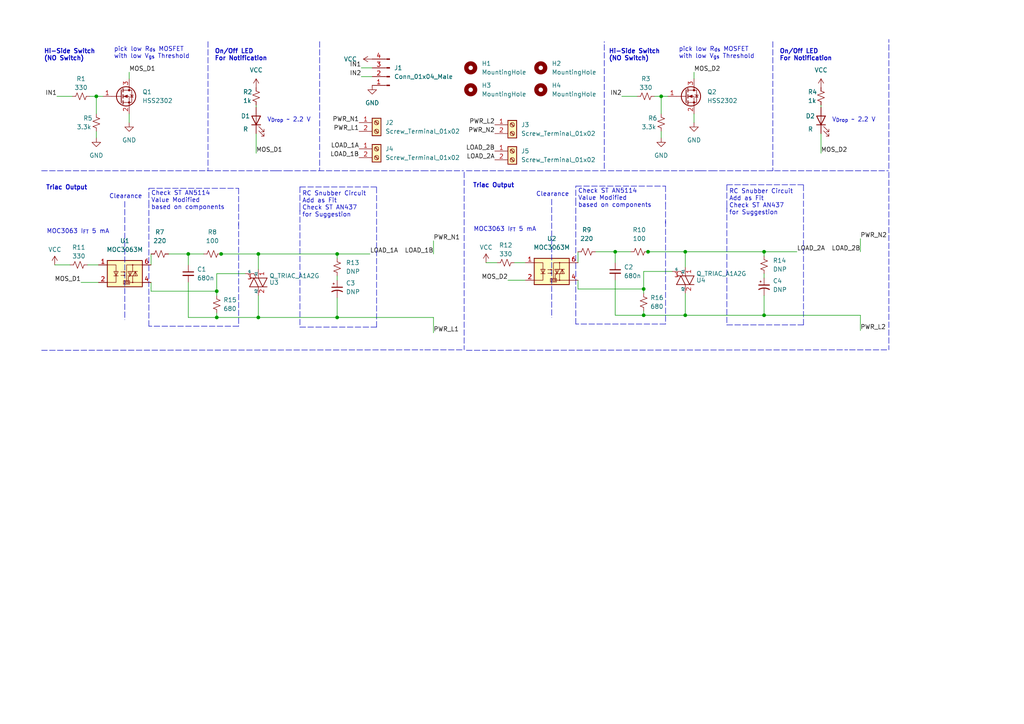
<source format=kicad_sch>
(kicad_sch (version 20211123) (generator eeschema)
  (paper "A4")
  (lib_symbols
    (symbol "Connector:Conn_01x04_Male" (pin_names (offset 1.016) hide)
      (property "Reference" "J" (at 0 5.08 0))
      (property "Value" "Conn_01x04_Male" (at 0 -7.62 0))
      (symbol "Conn_01x04_Male_1_1"
        (polyline (pts (xy 1.27 -5.08) (xy 0.8636 -5.08)) (stroke (width 0.1524)))
        (polyline (pts (xy 1.27 -2.54) (xy 0.8636 -2.54)) (stroke (width 0.1524)))
        (polyline (pts (xy 1.27 0) (xy 0.8636 0)) (stroke (width 0.1524)))
        (polyline (pts (xy 1.27 2.54) (xy 0.8636 2.54)) (stroke (width 0.1524)))
        (rectangle (start 0.8636 -4.953) (end 0 -5.207) (stroke (width 0.1524)) (fill (type outline)))
        (rectangle (start 0.8636 -2.413) (end 0 -2.667) (stroke (width 0.1524)) (fill (type outline)))
        (rectangle (start 0.8636 0.127) (end 0 -0.127) (stroke (width 0.1524)) (fill (type outline)))
        (rectangle (start 0.8636 2.667) (end 0 2.413) (stroke (width 0.1524)) (fill (type outline)))
        (pin passive line (at 5.08 2.54 180) (length 3.81) (name "Pin_1") (number "1"))
        (pin passive line (at 5.08 0 180) (length 3.81) (name "Pin_2") (number "2"))
        (pin passive line (at 5.08 -2.54 180) (length 3.81) (name "Pin_3") (number "3"))
        (pin passive line (at 5.08 -5.08 180) (length 3.81) (name "Pin_4") (number "4"))
      )
    )
    (symbol "Connector:Screw_Terminal_01x02" (pin_names (offset 1.016) hide)
      (property "Reference" "J" (at 0 2.54 0))
      (property "Value" "Screw_Terminal_01x02" (at 0 -5.08 0))
      (symbol "Screw_Terminal_01x02_1_1"
        (rectangle (start -1.27 1.27) (end 1.27 -3.81) (stroke (width 0.254)) (fill (type background)))
        (circle (center 0 -2.54) (radius 0.635) (stroke (width 0.1524)))
        (polyline (pts (xy -0.5334 -2.2098) (xy 0.3302 -3.048)) (stroke (width 0.1524)))
        (polyline (pts (xy -0.5334 0.3302) (xy 0.3302 -0.508)) (stroke (width 0.1524)))
        (polyline (pts (xy -0.3556 -2.032) (xy 0.508 -2.8702)) (stroke (width 0.1524)))
        (polyline (pts (xy -0.3556 0.508) (xy 0.508 -0.3302)) (stroke (width 0.1524)))
        (circle (center 0 0) (radius 0.635) (stroke (width 0.1524)))
        (pin passive line (at -5.08 0 0) (length 3.81) (name "Pin_1") (number "1"))
        (pin passive line (at -5.08 -2.54 0) (length 3.81) (name "Pin_2") (number "2"))
      )
    )
    (symbol "Device:C_Polarized_Small_US" (pin_numbers hide) (pin_names (offset 0.254) hide)
      (property "Reference" "C" (at 0.254 1.778 0))
      (property "Value" "C_Polarized_Small_US" (at 0.254 -2.032 0))
      (symbol "C_Polarized_Small_US_0_1"
        (polyline (pts (xy -1.524 0.508) (xy 1.524 0.508)) (stroke (width 0.3048)))
        (polyline (pts (xy -1.27 1.524) (xy -0.762 1.524)))
        (polyline (pts (xy -1.016 1.27) (xy -1.016 1.778)))
        (arc (start 1.524 -0.762) (mid 0 -0.3734) (end -1.524 -0.762) (stroke (width 0.3048)))
      )
      (symbol "C_Polarized_Small_US_1_1"
        (pin passive line (at 0 2.54 270) (length 2.032) (name "~") (number "1"))
        (pin passive line (at 0 -2.54 90) (length 2.032) (name "~") (number "2"))
      )
    )
    (symbol "Device:C_Small" (pin_numbers hide) (pin_names (offset 0.254) hide)
      (property "Reference" "C" (at 0.254 1.778 0))
      (property "Value" "C_Small" (at 0.254 -2.032 0))
      (symbol "C_Small_0_1"
        (polyline (pts (xy -1.524 -0.508) (xy 1.524 -0.508)) (stroke (width 0.3302)))
        (polyline (pts (xy -1.524 0.508) (xy 1.524 0.508)) (stroke (width 0.3048)))
      )
      (symbol "C_Small_1_1"
        (pin passive line (at 0 2.54 270) (length 2.032) (name "~") (number "1"))
        (pin passive line (at 0 -2.54 90) (length 2.032) (name "~") (number "2"))
      )
    )
    (symbol "Device:LED" (pin_numbers hide) (pin_names (offset 1.016) hide)
      (property "Reference" "D" (at 0 2.54 0))
      (property "Value" "LED" (at 0 -2.54 0))
      (symbol "LED_0_1"
        (polyline (pts (xy -1.27 -1.27) (xy -1.27 1.27)) (stroke (width 0.254)))
        (polyline (pts (xy -1.27 0) (xy 1.27 0)))
        (polyline (pts (xy 1.27 -1.27) (xy 1.27 1.27) (xy -1.27 0) (xy 1.27 -1.27)) (stroke (width 0.254)))
        (polyline (pts (xy -3.048 -0.762) (xy -4.572 -2.286) (xy -3.81 -2.286) (xy -4.572 -2.286) (xy -4.572 -1.524)))
        (polyline (pts (xy -1.778 -0.762) (xy -3.302 -2.286) (xy -2.54 -2.286) (xy -3.302 -2.286) (xy -3.302 -1.524)))
      )
      (symbol "LED_1_1"
        (pin passive line (at -3.81 0 0) (length 2.54) (name "K") (number "1"))
        (pin passive line (at 3.81 0 180) (length 2.54) (name "A") (number "2"))
      )
    )
    (symbol "Device:Q_NMOS_GSD" (pin_names (offset 0) hide)
      (property "Reference" "Q" (at 5.08 1.27 0))
      (property "Value" "Q_NMOS_GSD" (at 5.08 -1.27 0))
      (symbol "Q_NMOS_GSD_0_1"
        (polyline (pts (xy 0.254 0) (xy -2.54 0)))
        (polyline (pts (xy 0.254 1.905) (xy 0.254 -1.905)) (stroke (width 0.254)))
        (polyline (pts (xy 0.762 -1.27) (xy 0.762 -2.286)) (stroke (width 0.254)))
        (polyline (pts (xy 0.762 0.508) (xy 0.762 -0.508)) (stroke (width 0.254)))
        (polyline (pts (xy 0.762 2.286) (xy 0.762 1.27)) (stroke (width 0.254)))
        (polyline (pts (xy 2.54 2.54) (xy 2.54 1.778)))
        (polyline (pts (xy 2.54 -2.54) (xy 2.54 0) (xy 0.762 0)))
        (polyline (pts (xy 0.762 -1.778) (xy 3.302 -1.778) (xy 3.302 1.778) (xy 0.762 1.778)))
        (polyline (pts (xy 1.016 0) (xy 2.032 0.381) (xy 2.032 -0.381) (xy 1.016 0)) (fill (type outline)))
        (polyline (pts (xy 2.794 0.508) (xy 2.921 0.381) (xy 3.683 0.381) (xy 3.81 0.254)))
        (polyline (pts (xy 3.302 0.381) (xy 2.921 -0.254) (xy 3.683 -0.254) (xy 3.302 0.381)))
        (circle (center 1.651 0) (radius 2.794) (stroke (width 0.254)))
        (circle (center 2.54 -1.778) (radius 0.254) (fill (type outline)))
        (circle (center 2.54 1.778) (radius 0.254) (fill (type outline)))
      )
      (symbol "Q_NMOS_GSD_1_1"
        (pin input line (at -5.08 0 0) (length 2.54) (name "G") (number "1"))
        (pin passive line (at 2.54 -5.08 90) (length 2.54) (name "S") (number "2"))
        (pin passive line (at 2.54 5.08 270) (length 2.54) (name "D") (number "3"))
      )
    )
    (symbol "Device:Q_TRIAC_A1A2G" (pin_names (offset 0))
      (property "Reference" "D" (at 3.175 0.635 0))
      (property "Value" "Q_TRIAC_A1A2G" (at 3.175 -1.27 0))
      (symbol "Q_TRIAC_A1A2G_0_1"
        (polyline (pts (xy -2.54 -1.27) (xy 2.54 -1.27)) (stroke (width 0.2032)))
        (polyline (pts (xy -2.54 1.27) (xy 2.54 1.27)) (stroke (width 0.2032)))
        (polyline (pts (xy -1.27 -2.54) (xy -0.635 -1.27)))
        (polyline (pts (xy -2.54 1.27) (xy -1.27 -1.27) (xy 0 1.27)) (stroke (width 0.2032)))
        (polyline (pts (xy 0 -1.27) (xy 1.27 1.27) (xy 2.54 -1.27)) (stroke (width 0.2032)))
      )
      (symbol "Q_TRIAC_A1A2G_1_1"
        (pin passive line (at 0 -3.81 90) (length 2.54) (name "A1") (number "1"))
        (pin passive line (at 0 3.81 270) (length 2.54) (name "A2") (number "2"))
        (pin input line (at -3.81 -2.54 0) (length 2.54) (name "G") (number "3"))
      )
    )
    (symbol "Device:R_Small_US" (pin_numbers hide) (pin_names (offset 0.254) hide)
      (property "Reference" "R" (at 0.762 0.508 0))
      (property "Value" "R_Small_US" (at 0.762 -1.016 0))
      (symbol "R_Small_US_1_1"
        (polyline (pts (xy 0 0) (xy 1.016 -0.381) (xy 0 -0.762) (xy -1.016 -1.143) (xy 0 -1.524)))
        (polyline (pts (xy 0 1.524) (xy 1.016 1.143) (xy 0 0.762) (xy -1.016 0.381) (xy 0 0)))
        (pin passive line (at 0 2.54 270) (length 1.016) (name "~") (number "1"))
        (pin passive line (at 0 -2.54 90) (length 1.016) (name "~") (number "2"))
      )
    )
    (symbol "Mechanical:MountingHole" (pin_names (offset 1.016))
      (property "Reference" "H" (at 0 5.08 0))
      (property "Value" "MountingHole" (at 0 3.175 0))
      (symbol "MountingHole_0_1"
        (circle (center 0 0) (radius 1.27) (stroke (width 1.27)))
      )
    )
    (symbol "Relay_SolidState:MOC3063M"
      (property "Reference" "U" (at -5.08 5.08 0))
      (property "Value" "MOC3063M" (at 0 5.08 0))
      (symbol "MOC3063M_0_0"
        (rectangle (start -0.381 -2.032) (end 1.397 -3.048))
        (polyline (pts (xy 2.286 -2.54) (xy 1.397 -2.54)))
        (polyline (pts (xy 1.524 -0.635) (xy 1.016 -1.016) (xy 1.016 -2.032)))
        (text "ZCD" (at 0.508 -2.54 0) (effects (font (size 0.508 0.508))))
      )
      (symbol "MOC3063M_0_1"
        (rectangle (start -5.08 3.81) (end 5.08 -3.81) (stroke (width 0.254)) (fill (type background)))
        (polyline (pts (xy -3.175 -0.635) (xy -1.905 -0.635)))
        (polyline (pts (xy 1.524 -0.635) (xy 1.524 0.635)))
        (polyline (pts (xy 3.048 0.635) (xy 3.048 -0.635)))
        (polyline (pts (xy 2.286 -0.635) (xy 2.286 -2.54) (xy 5.08 -2.54)))
        (polyline (pts (xy 2.286 0.635) (xy 2.286 2.54) (xy 5.08 2.54)))
        (polyline (pts (xy 2.286 2.54) (xy 0.508 2.54) (xy 0.508 -2.032)))
        (polyline (pts (xy -5.08 2.54) (xy -2.54 2.54) (xy -2.54 -2.54) (xy -5.08 -2.54)))
        (polyline (pts (xy -2.54 -0.635) (xy -3.175 0.635) (xy -1.905 0.635) (xy -2.54 -0.635)))
        (polyline (pts (xy 0.889 -0.635) (xy 3.683 -0.635) (xy 3.048 0.635) (xy 2.413 -0.635)))
        (polyline (pts (xy 3.683 0.635) (xy 0.889 0.635) (xy 1.524 -0.635) (xy 2.159 0.635)))
        (polyline (pts (xy -1.143 -0.508) (xy 0.127 -0.508) (xy -0.254 -0.635) (xy -0.254 -0.381) (xy 0.127 -0.508)))
        (polyline (pts (xy -1.143 0.508) (xy 0.127 0.508) (xy -0.254 0.381) (xy -0.254 0.635) (xy 0.127 0.508)))
        (circle (center 2.286 -2.54) (radius 0.127))
        (circle (center 2.286 2.54) (radius 0.127))
      )
      (symbol "MOC3063M_1_1"
        (pin passive line (at -7.62 2.54 0) (length 2.54) (name "~") (number "1"))
        (pin passive line (at -7.62 -2.54 0) (length 2.54) (name "~") (number "2"))
        (pin no_connect line (at -5.08 0 0) (length 2.54) hide (name "NC") (number "3"))
        (pin passive line (at 7.62 -2.54 180) (length 2.54) (name "~") (number "4"))
        (pin no_connect line (at 5.08 0 180) (length 2.54) hide (name "NC") (number "5"))
        (pin passive line (at 7.62 2.54 180) (length 2.54) (name "~") (number "6"))
      )
    )
    (symbol "power:GND" (power) (pin_names (offset 0))
      (property "Value" "GND" (at 0 -3.81 0))
      (symbol "GND_0_1"
        (polyline (pts (xy 0 0) (xy 0 -1.27) (xy 1.27 -1.27) (xy 0 -2.54) (xy -1.27 -1.27) (xy 0 -1.27)))
      )
      (symbol "GND_1_1"
        (pin power_in line (at 0 0 270) (length 0) hide (name "GND") (number "1"))
      )
    )
    (symbol "power:VCC" (power) (pin_names (offset 0))
      (property "Value" "VCC" (at 0 3.81 0))
      (symbol "VCC_0_1"
        (polyline (pts (xy -0.762 1.27) (xy 0 2.54)))
        (polyline (pts (xy 0 0) (xy 0 2.54)))
        (polyline (pts (xy 0 2.54) (xy 0.762 1.27)))
      )
      (symbol "VCC_1_1"
        (pin power_in line (at 0 0 90) (length 0) hide (name "VCC") (number "1"))
      )
    )
  )
  (junction (at 198.755 91.44))
  (junction (at 74.93 92.075))
  (junction (at 186.69 91.44))
  (junction (at 97.79 92.075))
  (junction (at 186.69 83.82))
  (junction (at 187.96 73.025))
  (junction (at 178.435 73.025))
  (junction (at 97.79 73.66))
  (junction (at 54.61 73.66))
  (junction (at 74.93 73.66))
  (junction (at 198.755 73.025))
  (junction (at 191.77 27.94))
  (junction (at 221.615 91.44))
  (junction (at 62.865 84.455))
  (junction (at 221.615 73.025))
  (junction (at 64.135 73.66))
  (junction (at 62.865 92.075))
  (junction (at 27.94 27.94))
  (wire (pts (xy 191.77 38.1) (xy 191.77 40.005)))
  (wire (pts (xy 201.295 33.02) (xy 201.295 35.56)))
  (wire (pts (xy 97.79 73.66) (xy 107.315 73.66)))
  (wire (pts (xy 180.34 27.94) (xy 184.785 27.94)))
  (wire (pts (xy 48.895 73.66) (xy 54.61 73.66)))
  (wire (pts (xy 140.97 76.2) (xy 144.145 76.2)))
  (wire (pts (xy 43.815 73.66) (xy 43.815 76.835)))
  (wire (pts (xy 97.79 86.36) (xy 97.79 92.075)))
  (polyline (pts (xy 86.995 94.869) (xy 109.22 94.869)))
  (wire (pts (xy 97.79 80.01) (xy 97.79 81.28)))
  (wire (pts (xy 149.225 76.2) (xy 152.4 76.2)))
  (wire (pts (xy 186.69 83.82) (xy 186.69 85.09)))
  (polyline (pts (xy 210.82 59.944) (xy 210.82 94.234)))
  (polyline (pts (xy 193.04 64.135) (xy 193.04 93.98)))
  (wire (pts (xy 74.295 38.735) (xy 74.295 44.45)))
  (wire (pts (xy 221.615 73.025) (xy 231.14 73.025)))
  (polyline (pts (xy 135.255 49.53) (xy 203.2 49.53)))
  (wire (pts (xy 221.615 79.375) (xy 221.615 80.645)))
  (polyline (pts (xy 36.195 58.42) (xy 36.195 92.71)))
  (wire (pts (xy 186.69 90.17) (xy 186.69 91.44)))
  (wire (pts (xy 186.69 91.44) (xy 198.755 91.44)))
  (wire (pts (xy 191.77 33.02) (xy 191.77 27.94)))
  (wire (pts (xy 221.615 91.44) (xy 249.555 91.44)))
  (polyline (pts (xy 160.02 57.785) (xy 160.02 92.075)))
  (polyline (pts (xy 246.38 101.473) (xy 257.81 101.473)))
  (polyline (pts (xy 257.81 48.895) (xy 257.81 11.43)))
  (polyline (pts (xy 60.325 12.065) (xy 60.325 49.53)))
  (wire (pts (xy 198.755 85.09) (xy 198.755 91.44)))
  (wire (pts (xy 187.96 73.025) (xy 198.755 73.025)))
  (polyline (pts (xy 233.045 94.234) (xy 233.045 53.594)))
  (wire (pts (xy 167.64 81.28) (xy 167.64 83.82)))
  (wire (pts (xy 167.64 83.82) (xy 186.69 83.82)))
  (polyline (pts (xy 224.155 12.065) (xy 224.155 49.53)))
  (wire (pts (xy 62.865 79.375) (xy 62.865 84.455)))
  (polyline (pts (xy 167.005 53.975) (xy 193.04 53.975)))
  (polyline (pts (xy 12.065 49.53) (xy 80.01 49.53)))
  (wire (pts (xy 198.755 91.44) (xy 221.615 91.44)))
  (polyline (pts (xy 193.04 59.055) (xy 193.04 64.77)))
  (polyline (pts (xy 167.005 59.055) (xy 167.005 53.975)))
  (polyline (pts (xy 12.065 101.6) (xy 122.682 101.473)))
  (wire (pts (xy 43.815 84.455) (xy 62.865 84.455)))
  (wire (pts (xy 191.77 27.94) (xy 193.675 27.94)))
  (wire (pts (xy 54.61 92.075) (xy 62.865 92.075)))
  (polyline (pts (xy 43.18 54.61) (xy 69.215 54.61)))
  (polyline (pts (xy 69.215 59.69) (xy 69.215 65.405)))
  (wire (pts (xy 74.93 92.075) (xy 97.79 92.075)))
  (wire (pts (xy 15.875 76.835) (xy 20.32 76.835)))
  (wire (pts (xy 189.865 27.94) (xy 191.77 27.94)))
  (wire (pts (xy 54.61 73.66) (xy 59.055 73.66)))
  (polyline (pts (xy 109.22 94.869) (xy 109.22 54.229)))
  (polyline (pts (xy 69.215 54.61) (xy 69.215 59.69)))
  (polyline (pts (xy 83.185 49.53) (xy 122.555 49.53)))
  (wire (pts (xy 71.12 79.375) (xy 62.865 79.375)))
  (wire (pts (xy 238.125 38.735) (xy 238.125 44.45)))
  (wire (pts (xy 178.435 91.44) (xy 186.69 91.44)))
  (wire (pts (xy 62.865 84.455) (xy 62.865 85.725)))
  (polyline (pts (xy 123.19 101.473) (xy 134.62 101.473)))
  (polyline (pts (xy 257.81 49.911) (xy 257.81 101.346)))
  (wire (pts (xy 178.435 73.025) (xy 182.88 73.025)))
  (wire (pts (xy 104.775 22.225) (xy 107.95 22.225)))
  (wire (pts (xy 125.73 92.075) (xy 125.73 96.52)))
  (polyline (pts (xy 80.01 49.53) (xy 83.185 49.53)))
  (wire (pts (xy 97.79 92.075) (xy 125.73 92.075)))
  (wire (pts (xy 27.94 38.1) (xy 27.94 40.005)))
  (wire (pts (xy 37.465 33.02) (xy 37.465 35.56)))
  (polyline (pts (xy 92.71 12.065) (xy 92.71 49.53)))
  (wire (pts (xy 201.295 20.955) (xy 201.295 22.86)))
  (wire (pts (xy 54.61 81.915) (xy 54.61 92.075)))
  (wire (pts (xy 74.93 73.66) (xy 97.79 73.66)))
  (polyline (pts (xy 122.555 49.53) (xy 134.493 49.53)))
  (polyline (pts (xy 167.005 93.98) (xy 167.005 59.055)))
  (wire (pts (xy 147.32 81.28) (xy 152.4 81.28)))
  (wire (pts (xy 74.295 30.48) (xy 74.295 31.115)))
  (wire (pts (xy 23.495 81.915) (xy 28.575 81.915)))
  (polyline (pts (xy 86.995 54.229) (xy 86.995 61.214)))
  (wire (pts (xy 198.755 73.025) (xy 221.615 73.025)))
  (wire (pts (xy 37.465 20.955) (xy 37.465 22.86)))
  (polyline (pts (xy 245.745 49.53) (xy 257.683 49.53)))
  (wire (pts (xy 62.865 90.805) (xy 62.865 92.075)))
  (wire (pts (xy 97.79 73.66) (xy 97.79 74.93)))
  (wire (pts (xy 27.94 33.02) (xy 27.94 27.94)))
  (polyline (pts (xy 86.995 60.579) (xy 86.995 94.869)))
  (wire (pts (xy 64.135 73.66) (xy 74.93 73.66)))
  (wire (pts (xy 187.833 73.025) (xy 187.96 73.025)))
  (wire (pts (xy 16.51 27.94) (xy 20.955 27.94)))
  (polyline (pts (xy 43.18 59.69) (xy 43.18 54.61)))
  (wire (pts (xy 249.555 91.44) (xy 249.555 95.885)))
  (wire (pts (xy 167.64 73.025) (xy 167.64 76.2)))
  (polyline (pts (xy 193.04 93.98) (xy 167.005 93.98)))
  (polyline (pts (xy 135.255 101.6) (xy 245.872 101.473)))
  (wire (pts (xy 194.945 78.74) (xy 186.69 78.74)))
  (polyline (pts (xy 175.26 48.895) (xy 175.26 12.065)))
  (wire (pts (xy 249.555 69.215) (xy 249.555 73.025)))
  (wire (pts (xy 198.755 73.025) (xy 198.755 77.47)))
  (wire (pts (xy 104.775 19.685) (xy 107.95 19.685)))
  (wire (pts (xy 221.615 85.725) (xy 221.615 91.44)))
  (polyline (pts (xy 69.215 94.615) (xy 43.18 94.615)))
  (wire (pts (xy 26.035 27.94) (xy 27.94 27.94)))
  (wire (pts (xy 74.93 73.66) (xy 74.93 78.105)))
  (polyline (pts (xy 210.82 53.594) (xy 210.82 60.579)))
  (polyline (pts (xy 69.215 64.77) (xy 69.215 94.615)))
  (polyline (pts (xy 210.82 94.234) (xy 233.045 94.234)))
  (polyline (pts (xy 109.22 54.229) (xy 86.995 54.229)))
  (polyline (pts (xy 43.18 94.615) (xy 43.18 59.69)))
  (polyline (pts (xy 193.04 53.975) (xy 193.04 59.055)))
  (wire (pts (xy 54.61 73.66) (xy 54.61 76.835)))
  (wire (pts (xy 43.815 81.915) (xy 43.815 84.455)))
  (wire (pts (xy 74.93 85.725) (xy 74.93 92.075)))
  (polyline (pts (xy 134.62 49.911) (xy 134.62 101.346)))
  (polyline (pts (xy 206.375 49.53) (xy 245.745 49.53)))
  (polyline (pts (xy 203.2 49.53) (xy 206.375 49.53)))
  (wire (pts (xy 238.125 30.48) (xy 238.125 31.115)))
  (wire (pts (xy 64.008 73.66) (xy 64.135 73.66)))
  (wire (pts (xy 186.69 78.74) (xy 186.69 83.82)))
  (wire (pts (xy 178.435 73.025) (xy 178.435 76.2)))
  (polyline (pts (xy 233.045 53.594) (xy 210.82 53.594)))
  (wire (pts (xy 221.615 73.025) (xy 221.615 74.295)))
  (wire (pts (xy 62.865 92.075) (xy 74.93 92.075)))
  (wire (pts (xy 125.73 69.85) (xy 125.73 73.66)))
  (wire (pts (xy 25.4 76.835) (xy 28.575 76.835)))
  (wire (pts (xy 27.94 27.94) (xy 29.845 27.94)))
  (wire (pts (xy 172.72 73.025) (xy 178.435 73.025)))
  (wire (pts (xy 178.435 81.28) (xy 178.435 91.44)))
  (text "MOC3063 I_{FT} 5 mA" (at 155.575 67.31 180) (effects (font (size 1.27 1.27)) (justify right bottom)))
  (text "On/Off LED\nFor Notification" (at 226.06 17.78 0) (effects (font (size 1.27 1.27) (thickness 0.254) bold) (justify left bottom)))
  (text "Hi-Side Switch\n(NO Switch)" (at 12.7 17.78 0) (effects (font (size 1.27 1.27) (thickness 0.254) bold) (justify left bottom)))
  (text "Check ST AN5114\nValue Modified \nbased on components" (at 167.64 60.325 0) (effects (font (size 1.27 1.27)) (justify left bottom)))
  (text "MOC3063 I_{FT} 5 mA" (at 31.75 67.945 180) (effects (font (size 1.27 1.27)) (justify right bottom)))
  (text "Clearance" (at 165.1 57.15 180) (effects (font (size 1.27 1.27)) (justify right bottom)))
  (text "pick low R_{ds} MOSFET\nwith low V_{gs} Threshold" (at 33.02 17.145 0) (effects (font (size 1.27 1.27)) (justify left bottom)))
  (text "RC Snubber Circuit\nAdd as Fit\nCheck ST AN437\nfor Suggestion" (at 211.455 62.484 0) (effects (font (size 1.27 1.27)) (justify left bottom)))
  (text "V_{Drop} ~ 2.2 V" (at 254 35.56 180) (effects (font (size 1.27 1.27)) (justify right bottom)))
  (text "Triac Output" (at 25.4 55.245 180) (effects (font (size 1.27 1.27) (thickness 0.254) bold) (justify right bottom)))
  (text "V_{Drop} ~ 2.2 V" (at 90.17 35.56 180) (effects (font (size 1.27 1.27)) (justify right bottom)))
  (text "pick low R_{ds} MOSFET\nwith low V_{gs} Threshold" (at 196.85 17.145 0) (effects (font (size 1.27 1.27)) (justify left bottom)))
  (text "Clearance" (at 41.275 57.785 180) (effects (font (size 1.27 1.27)) (justify right bottom)))
  (text "Check ST AN5114\nValue Modified \nbased on components" (at 43.815 60.96 0) (effects (font (size 1.27 1.27)) (justify left bottom)))
  (text "RC Snubber Circuit\nAdd as Fit\nCheck ST AN437\nfor Suggestion" (at 87.63 63.119 0) (effects (font (size 1.27 1.27)) (justify left bottom)))
  (text "On/Off LED\nFor Notification" (at 62.23 17.78 0) (effects (font (size 1.27 1.27) (thickness 0.254) bold) (justify left bottom)))
  (text "Triac Output" (at 149.225 54.61 180) (effects (font (size 1.27 1.27) (thickness 0.254) bold) (justify right bottom)))
  (text "Hi-Side Switch\n(NO Switch)" (at 176.53 17.78 0) (effects (font (size 1.27 1.27) (thickness 0.254) bold) (justify left bottom)))
  (label "LOAD_2B" (at 143.51 43.815 180))
  (label "PWR_N2" (at 249.555 69.215 0))
  (label "IN1" (at 104.775 19.685 180))
  (label "MOS_D2" (at 238.125 44.45 0))
  (label "LOAD_1A" (at 104.14 43.18 180))
  (label "PWR_L1" (at 125.73 96.52 0))
  (label "MOS_D2" (at 201.295 20.955 0))
  (label "LOAD_1B" (at 125.73 73.66 180))
  (label "LOAD_2A" (at 143.51 46.355 180))
  (label "PWR_N1" (at 104.14 35.56 180))
  (label "PWR_N1" (at 125.73 69.85 0))
  (label "MOS_D2" (at 147.32 81.28 180))
  (label "IN1" (at 16.51 27.94 180))
  (label "MOS_D1" (at 74.295 44.45 0))
  (label "PWR_N2" (at 143.51 38.735 180))
  (label "PWR_L2" (at 249.555 95.885 0))
  (label "PWR_L1" (at 104.14 38.1 180))
  (label "LOAD_2A" (at 231.14 73.025 0))
  (label "PWR_L2" (at 143.51 36.195 180))
  (label "IN2" (at 180.34 27.94 180))
  (label "LOAD_1A" (at 107.315 73.66 0))
  (label "MOS_D1" (at 37.465 20.955 0))
  (label "IN2" (at 104.775 22.225 180))
  (label "LOAD_1B" (at 104.14 45.72 180))
  (label "MOS_D1" (at 23.495 81.915 180))
  (label "LOAD_2B" (at 249.555 73.025 180))
  (symbol (lib_id "Mechanical:MountingHole") (at 156.845 19.685 0) (unit 1)
    (property "Reference" "H2" (at 160.02 18.4149 0) (effects (justify left)))
    (property "Value" "MountingHole" (at 160.02 20.9549 0) (effects (justify left)))
    (property "Footprint" "MountingHole:MountingHole_3.2mm_M3_DIN965" (effects hide))
  )
  (symbol (lib_id "Device:R_Small_US") (at 170.18 73.025 90) (unit 1)
    (property "Reference" "R9" (at 170.18 66.675 90))
    (property "Value" "220" (at 170.18 69.215 90))
    (property "Footprint" "Resistor_THT:R_Axial_DIN0614_L14.3mm_D5.7mm_P20.32mm_Horizontal" (effects hide))
  )
  (symbol (lib_id "Mechanical:MountingHole") (at 136.525 26.035 0) (unit 1)
    (property "Reference" "H3" (at 139.7 24.7649 0) (effects (justify left)))
    (property "Value" "MountingHole" (at 139.7 27.3049 0) (effects (justify left)))
    (property "Footprint" "MountingHole:MountingHole_3.2mm_M3_DIN965" (effects hide))
  )
  (symbol (lib_id "Connector:Screw_Terminal_01x02") (at 109.22 43.18 0) (unit 1)
    (property "Reference" "J4" (at 111.76 43.1799 0) (effects (justify left)))
    (property "Value" "Screw_Terminal_01x02" (at 111.76 45.7199 0) (effects (justify left)))
    (property "Footprint" "TerminalBlock_RND:TerminalBlock_RND_205-00012_1x02_P5.00mm_Horizontal" (effects hide))
  )
  (symbol (lib_id "Device:R_Small_US") (at 185.42 73.025 90) (unit 1)
    (property "Reference" "R10" (at 185.42 66.675 90))
    (property "Value" "100" (at 185.42 69.215 90))
    (property "Footprint" "Resistor_THT:R_Axial_DIN0614_L14.3mm_D5.7mm_P20.32mm_Horizontal" (effects hide))
  )
  (symbol (lib_id "Relay_SolidState:MOC3063M") (at 160.02 78.74 0) (unit 1)
    (property "Reference" "U2" (at 160.02 69.215 0))
    (property "Value" "MOC3063M" (at 160.02 71.755 0))
    (property "Footprint" "Package_DIP:DIP-6_W7.62mm" (effects hide))
    (property "Datasheet" "https://www.onsemi.com/pub/Collateral/MOC3163M-D.pdf" (effects hide))
  )
  (symbol (lib_id "Connector:Screw_Terminal_01x02") (at 148.59 43.815 0) (unit 1)
    (property "Reference" "J5" (at 151.13 43.8149 0) (effects (justify left)))
    (property "Value" "Screw_Terminal_01x02" (at 151.13 46.3549 0) (effects (justify left)))
    (property "Footprint" "TerminalBlock_RND:TerminalBlock_RND_205-00012_1x02_P5.00mm_Horizontal" (effects hide))
  )
  (symbol (lib_id "Device:C_Small") (at 178.435 78.74 0) (unit 1)
    (property "Reference" "C2" (at 180.975 77.4762 0) (effects (justify left)))
    (property "Value" "680n" (at 180.975 80.0162 0) (effects (justify left)))
    (property "Footprint" "Capacitor_THT:C_Rect_L11.5mm_W7.5mm_P10.00mm_MKT" (effects hide))
  )
  (symbol (lib_id "Device:R_Small_US") (at 22.86 76.835 270) (unit 1)
    (property "Reference" "R11" (at 22.86 71.755 90))
    (property "Value" "330" (at 22.86 74.295 90))
    (property "Footprint" "Resistor_SMD:R_0805_2012Metric_Pad1.20x1.40mm_HandSolder" (effects hide))
  )
  (symbol (lib_id "power:VCC") (at 15.875 76.835 0) (unit 1)
    (property "Reference" "#PWR0101" (effects hide))
    (property "Value" "VCC" (at 13.97 72.39 0) (effects (justify left)))
  )
  (symbol (lib_id "power:VCC") (at 74.295 25.4 0) (unit 1)
    (property "Reference" "#PWR03" (effects hide))
    (property "Value" "VCC" (at 74.295 20.32 0))
  )
  (symbol (lib_id "Device:Q_TRIAC_A1A2G") (at 198.755 81.28 0) (mirror x) (unit 1)
    (property "Reference" "U4" (at 201.93 81.28 0) (effects (justify left)))
    (property "Value" "Q_TRIAC_A1A2G" (at 201.93 79.375 0) (effects (justify left)))
    (property "Footprint" "Package_TO_SOT_SMD:TO-252-2" (effects hide))
  )
  (symbol (lib_id "power:VCC") (at 140.97 76.2 0) (unit 1)
    (property "Reference" "#PWR010" (effects hide))
    (property "Value" "VCC" (at 139.065 71.755 0) (effects (justify left)))
  )
  (symbol (lib_id "power:GND") (at 191.77 40.005 0) (unit 1)
    (property "Reference" "#PWR08" (effects hide))
    (property "Value" "GND" (at 191.77 45.085 0))
  )
  (symbol (lib_id "power:GND") (at 27.94 40.005 0) (unit 1)
    (property "Reference" "#PWR07" (effects hide))
    (property "Value" "GND" (at 27.94 45.085 0))
  )
  (symbol (lib_id "Device:R_Small_US") (at 74.295 27.94 0) (unit 1)
    (property "Reference" "R2" (at 70.485 26.67 0) (effects (justify left)))
    (property "Value" "1k" (at 70.485 29.21 0) (effects (justify left)))
    (property "Footprint" "Resistor_SMD:R_0805_2012Metric_Pad1.20x1.40mm_HandSolder" (effects hide))
  )
  (symbol (lib_id "Device:Q_NMOS_GSD") (at 34.925 27.94 0) (unit 1)
    (property "Reference" "Q1" (at 41.275 26.6699 0) (effects (justify left)))
    (property "Value" "HSS2302" (at 41.275 29.2099 0) (effects (justify left)))
    (property "Footprint" "Package_TO_SOT_SMD:SOT-23_Handsoldering" (effects hide))
  )
  (symbol (lib_id "Connector:Screw_Terminal_01x02") (at 148.59 36.195 0) (unit 1)
    (property "Reference" "J3" (at 151.13 36.1949 0) (effects (justify left)))
    (property "Value" "Screw_Terminal_01x02" (at 151.13 38.7349 0) (effects (justify left)))
    (property "Footprint" "TerminalBlock_RND:TerminalBlock_RND_205-00012_1x02_P5.00mm_Horizontal" (effects hide))
  )
  (symbol (lib_id "Device:R_Small_US") (at 238.125 27.94 0) (unit 1)
    (property "Reference" "R4" (at 234.315 26.67 0) (effects (justify left)))
    (property "Value" "1k" (at 234.315 29.21 0) (effects (justify left)))
    (property "Footprint" "Resistor_SMD:R_0805_2012Metric_Pad1.20x1.40mm_HandSolder" (effects hide))
  )
  (symbol (lib_id "Mechanical:MountingHole") (at 136.525 19.685 0) (unit 1)
    (property "Reference" "H1" (at 139.7 18.4149 0) (effects (justify left)))
    (property "Value" "MountingHole" (at 139.7 20.9549 0) (effects (justify left)))
    (property "Footprint" "MountingHole:MountingHole_3.2mm_M3_DIN965" (effects hide))
  )
  (symbol (lib_id "Device:R_Small_US") (at 186.69 87.63 0) (unit 1)
    (property "Reference" "R16" (at 188.595 86.3599 0) (effects (justify left)))
    (property "Value" "680" (at 188.595 88.8999 0) (effects (justify left)))
    (property "Footprint" "Resistor_THT:R_Axial_DIN0614_L14.3mm_D5.7mm_P20.32mm_Horizontal" (effects hide))
  )
  (symbol (lib_id "Device:C_Polarized_Small_US") (at 221.615 83.185 0) (unit 1)
    (property "Reference" "C4" (at 224.155 81.4831 0) (effects (justify left)))
    (property "Value" "DNP" (at 224.155 84.0231 0) (effects (justify left)))
    (property "Footprint" "Capacitor_THT:C_Rect_L11.5mm_W7.5mm_P10.00mm_MKT" (effects hide))
  )
  (symbol (lib_id "Device:LED") (at 74.295 34.925 90) (unit 1)
    (property "Reference" "D1" (at 69.85 33.655 90) (effects (justify right)))
    (property "Value" "R" (at 70.485 37.465 90) (effects (justify right)))
    (property "Footprint" "LED_SMD:LED_0805_2012Metric_Pad1.15x1.40mm_HandSolder" (effects hide))
  )
  (symbol (lib_id "Device:R_Small_US") (at 27.94 35.56 0) (unit 1)
    (property "Reference" "R5" (at 24.13 34.29 0) (effects (justify left)))
    (property "Value" "3.3k" (at 22.225 36.83 0) (effects (justify left)))
    (property "Footprint" "Resistor_SMD:R_0805_2012Metric_Pad1.20x1.40mm_HandSolder" (effects hide))
  )
  (symbol (lib_id "Device:R_Small_US") (at 191.77 35.56 0) (unit 1)
    (property "Reference" "R6" (at 187.96 34.29 0) (effects (justify left)))
    (property "Value" "3.3k" (at 186.055 36.83 0) (effects (justify left)))
    (property "Footprint" "Resistor_SMD:R_0805_2012Metric_Pad1.20x1.40mm_HandSolder" (effects hide))
  )
  (symbol (lib_id "power:GND") (at 37.465 35.56 0) (unit 1)
    (property "Reference" "#PWR05" (effects hide))
    (property "Value" "GND" (at 37.465 40.64 0))
  )
  (symbol (lib_id "Device:R_Small_US") (at 23.495 27.94 270) (unit 1)
    (property "Reference" "R1" (at 23.495 22.86 90))
    (property "Value" "330" (at 23.495 25.4 90))
    (property "Footprint" "Resistor_SMD:R_0805_2012Metric_Pad1.20x1.40mm_HandSolder" (effects hide))
  )
  (symbol (lib_id "power:GND") (at 201.295 35.56 0) (unit 1)
    (property "Reference" "#PWR06" (effects hide))
    (property "Value" "GND" (at 201.295 40.64 0))
  )
  (symbol (lib_id "Device:R_Small_US") (at 97.79 77.47 0) (unit 1)
    (property "Reference" "R13" (at 100.33 76.1999 0) (effects (justify left)))
    (property "Value" "DNP" (at 100.33 78.7399 0) (effects (justify left)))
    (property "Footprint" "Resistor_THT:R_Axial_DIN0614_L14.3mm_D5.7mm_P20.32mm_Horizontal" (effects hide))
  )
  (symbol (lib_id "Device:C_Small") (at 54.61 79.375 0) (unit 1)
    (property "Reference" "C1" (at 57.15 78.1112 0) (effects (justify left)))
    (property "Value" "680n" (at 57.15 80.6512 0) (effects (justify left)))
    (property "Footprint" "Capacitor_THT:C_Rect_L11.5mm_W7.5mm_P10.00mm_MKT" (effects hide))
  )
  (symbol (lib_id "power:VCC") (at 107.95 17.145 90) (unit 1)
    (property "Reference" "#PWR01" (effects hide))
    (property "Value" "VCC" (at 99.695 17.145 90) (effects (justify right)))
  )
  (symbol (lib_id "Connector:Screw_Terminal_01x02") (at 109.22 35.56 0) (unit 1)
    (property "Reference" "J2" (at 111.76 35.5599 0) (effects (justify left)))
    (property "Value" "Screw_Terminal_01x02" (at 111.76 38.0999 0) (effects (justify left)))
    (property "Footprint" "TerminalBlock_RND:TerminalBlock_RND_205-00012_1x02_P5.00mm_Horizontal" (effects hide))
  )
  (symbol (lib_id "Device:R_Small_US") (at 46.355 73.66 90) (unit 1)
    (property "Reference" "R7" (at 46.355 67.31 90))
    (property "Value" "220" (at 46.355 69.85 90))
    (property "Footprint" "Resistor_THT:R_Axial_DIN0614_L14.3mm_D5.7mm_P20.32mm_Horizontal" (effects hide))
  )
  (symbol (lib_id "Device:R_Small_US") (at 62.865 88.265 0) (unit 1)
    (property "Reference" "R15" (at 64.77 86.9949 0) (effects (justify left)))
    (property "Value" "680" (at 64.77 89.5349 0) (effects (justify left)))
    (property "Footprint" "Resistor_THT:R_Axial_DIN0614_L14.3mm_D5.7mm_P20.32mm_Horizontal" (effects hide))
  )
  (symbol (lib_id "Relay_SolidState:MOC3063M") (at 36.195 79.375 0) (unit 1)
    (property "Reference" "U1" (at 36.195 69.85 0))
    (property "Value" "MOC3063M" (at 36.195 72.39 0))
    (property "Footprint" "Package_DIP:DIP-6_W7.62mm" (effects hide))
    (property "Datasheet" "https://www.onsemi.com/pub/Collateral/MOC3163M-D.pdf" (effects hide))
  )
  (symbol (lib_id "Device:R_Small_US") (at 146.685 76.2 270) (unit 1)
    (property "Reference" "R12" (at 146.685 71.12 90))
    (property "Value" "330" (at 146.685 73.66 90))
    (property "Footprint" "Resistor_SMD:R_0805_2012Metric_Pad1.20x1.40mm_HandSolder" (effects hide))
  )
  (symbol (lib_id "Device:C_Polarized_Small_US") (at 97.79 83.82 0) (unit 1)
    (property "Reference" "C3" (at 100.33 82.1181 0) (effects (justify left)))
    (property "Value" "DNP" (at 100.33 84.6581 0) (effects (justify left)))
    (property "Footprint" "Capacitor_THT:C_Rect_L11.5mm_W7.5mm_P10.00mm_MKT" (effects hide))
  )
  (symbol (lib_id "Device:R_Small_US") (at 61.595 73.66 90) (unit 1)
    (property "Reference" "R8" (at 61.595 67.31 90))
    (property "Value" "100" (at 61.595 69.85 90))
    (property "Footprint" "Resistor_THT:R_Axial_DIN0614_L14.3mm_D5.7mm_P20.32mm_Horizontal" (effects hide))
  )
  (symbol (lib_id "Device:LED") (at 238.125 34.925 90) (unit 1)
    (property "Reference" "D2" (at 233.68 33.655 90) (effects (justify right)))
    (property "Value" "R" (at 234.315 37.465 90) (effects (justify right)))
    (property "Footprint" "LED_SMD:LED_0805_2012Metric_Pad1.15x1.40mm_HandSolder" (effects hide))
  )
  (symbol (lib_id "Device:Q_NMOS_GSD") (at 198.755 27.94 0) (unit 1)
    (property "Reference" "Q2" (at 205.105 26.6699 0) (effects (justify left)))
    (property "Value" "HSS2302" (at 205.105 29.2099 0) (effects (justify left)))
    (property "Footprint" "Package_TO_SOT_SMD:SOT-23_Handsoldering" (effects hide))
  )
  (symbol (lib_id "Connector:Conn_01x04_Male") (at 113.03 22.225 180) (unit 1)
    (property "Reference" "J1" (at 114.3 19.6849 0) (effects (justify right)))
    (property "Value" "Conn_01x04_Male" (at 114.3 22.2249 0) (effects (justify right)))
    (property "Footprint" "Connector_PinHeader_2.54mm:PinHeader_1x04_P2.54mm_Vertical" (effects hide))
  )
  (symbol (lib_id "Device:Q_TRIAC_A1A2G") (at 74.93 81.915 0) (mirror x) (unit 1)
    (property "Reference" "U3" (at 78.105 81.915 0) (effects (justify left)))
    (property "Value" "Q_TRIAC_A1A2G" (at 78.105 80.01 0) (effects (justify left)))
    (property "Footprint" "Package_TO_SOT_SMD:TO-252-2" (effects hide))
  )
  (symbol (lib_id "Device:R_Small_US") (at 221.615 76.835 0) (unit 1)
    (property "Reference" "R14" (at 224.155 75.5649 0) (effects (justify left)))
    (property "Value" "DNP" (at 224.155 78.1049 0) (effects (justify left)))
    (property "Footprint" "Resistor_THT:R_Axial_DIN0614_L14.3mm_D5.7mm_P20.32mm_Horizontal" (effects hide))
  )
  (symbol (lib_id "Device:R_Small_US") (at 187.325 27.94 270) (unit 1)
    (property "Reference" "R3" (at 187.325 22.86 90))
    (property "Value" "330" (at 187.325 25.4 90))
    (property "Footprint" "Resistor_SMD:R_0805_2012Metric_Pad1.20x1.40mm_HandSolder" (effects hide))
  )
  (symbol (lib_id "power:GND") (at 107.95 24.765 0) (unit 1)
    (property "Reference" "#PWR02" (effects hide))
    (property "Value" "GND" (at 107.95 29.845 0))
  )
  (symbol (lib_id "power:VCC") (at 238.125 25.4 0) (unit 1)
    (property "Reference" "#PWR04" (effects hide))
    (property "Value" "VCC" (at 238.125 20.32 0))
  )
  (symbol (lib_id "Mechanical:MountingHole") (at 156.845 26.035 0) (unit 1)
    (property "Reference" "H4" (at 160.02 24.7649 0) (effects (justify left)))
    (property "Value" "MountingHole" (at 160.02 27.3049 0) (effects (justify left)))
    (property "Footprint" "MountingHole:MountingHole_3.2mm_M3_DIN965" (effects hide))
  )
)
</source>
